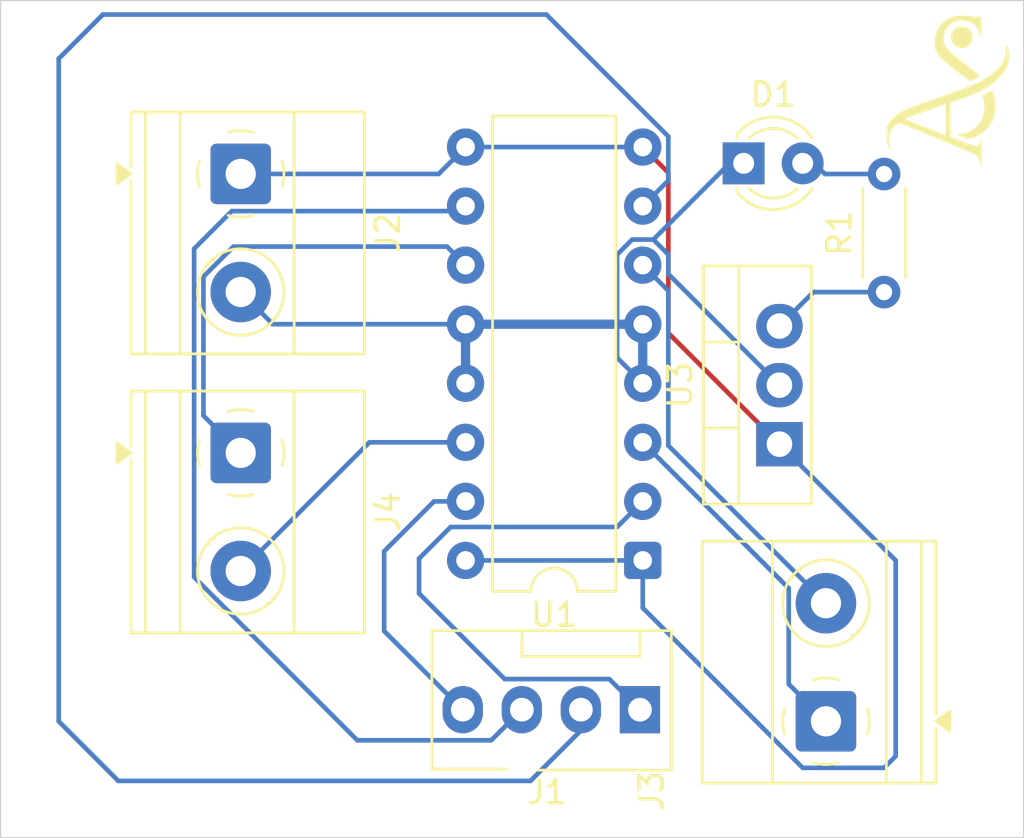
<source format=kicad_pcb>
(kicad_pcb (version 20241229) (generator "pcbnew") (generator_version "9.0")
  (layers (0 "F.Cu" signal) (2 "B.Cu" signal) (13 "F.Paste" user) (15 "B.Paste" user) (5 "F.SilkS" user "F.Silkscreen") (7 "B.SilkS" user "B.Silkscreen") (1 "F.Mask" user) (3 "B.Mask" user) (25 "Edge.Cuts" user))
  (net 0 "")
  (net 1 "Net-(J1-Pin_1)")
  (net 2 "GND")
  (net 3 "Net-(J1-Pin_2)")
  (net 4 "Net-(J1-Pin_3)")
  (net 5 "Net-(J2-Pin_1)")
  (net 6 "Net-(J4-Pin_2)")
  (net 7 "Net-(J4-Pin_1)")
  (net 8 "Net-(J3-Pin_2)")
  (net 9 "Net-(J3-Pin_1)")
  (net 10 "Net-(U3-OUT)")
  (net 11 "Net-(J1-Pin_4)")
  (net 12 "Net-(D1-A)")
  (footprint "LOGO" (layer "F.Cu") (at 169 93)
    (property "Reference" "G***" (hide yes))
    (property "Value" "LOGO" (hide yes))
    (fp_poly (pts (xy 0.503066 -2.873002) (xy 0.637122 -2.806112) (xy 0.744457 -2.689914) (xy 0.797296 -2.566301) (xy 0.813493 -2.419338) (xy 0.793111 -2.273201) (xy 0.743085 -2.161687) (xy 0.631927 -2.047263) (xy 0.492803 -1.976957) (xy 0.340064 -1.954158) (xy 0.18806 -1.982257) (xy 0.120094 -2.014514) (xy -0.002884 -2.108353) (xy -0.077188 -2.223339) (xy -0.111522 -2.373836) (xy -0.113775 -2.400527) (xy -0.115797 -2.51138) (xy -0.098947 -2.590877) (xy -0.057278 -2.6663) (xy -0.055199 -2.669344) (xy 0.045333 -2.790156) (xy 0.153202 -2.860761) (xy 0.284499 -2.890359) (xy 0.33543 -2.892692)) (fill yes) (layer "F.SilkS"))
    (fp_poly (pts (xy 1.650065 -0.110738) (xy 1.683885 -0.057579) (xy 1.71873 0.043233) (xy 1.728738 0.075059) (xy 1.783904 0.330139) (xy 1.796763 0.596408) (xy 1.768301 0.856966) (xy 1.699505 1.094912) (xy 1.664598 1.172699) (xy 1.577526 1.320819) (xy 1.470353 1.464063) (xy 1.35263 1.593071) (xy 1.233912 1.698484) (xy 1.123749 1.770942) (xy 1.031695 1.801087) (xy 1.0229 1.801418) (xy 0.972995 1.814225) (xy 0.960756 1.832974) (xy 0.934176 1.867384) (xy 0.86712 1.902717) (xy 0.778613 1.931813) (xy 0.687678 1.947513) (xy 0.653978 1.948412) (xy 0.575957 1.93554) (xy 0.467014 1.904855) (xy 0.353485 1.864053) (xy 0.252397 1.822126) (xy 0.17482 1.787589) (xy 0.136227 1.767361) (xy 0.135156 1.76644) (xy 0.153535 1.755299) (xy 0.217593 1.742205) (xy 0.307084 1.730717) (xy 0.519678 1.683798) (xy 0.73279 1.592274) (xy 0.92366 1.46689) (xy 0.990228 1.408166) (xy 1.131412 1.232222) (xy 1.235483 1.021899) (xy 1.298863 0.791873) (xy 1.317973 0.556817) (xy 1.289234 0.331405) (xy 1.269345 0.263698) (xy 1.210934 0.092053) (xy 1.421375 -0.029783) (xy 1.532148 -0.09229) (xy 1.603932 -0.120791)) (fill yes) (layer "F.SilkS"))
    (fp_poly (pts (xy 0.758705 -3.331546) (xy 0.889367 -3.32028) (xy 1.16325 -3.294154) (xy 1.182098 -3.113831) (xy 1.195426 -2.95038) (xy 1.201432 -2.794415) (xy 1.200434 -2.656821) (xy 1.19275 -2.548483) (xy 1.178699 -2.480284) (xy 1.163015 -2.461939) (xy 1.135412 -2.488596) (xy 1.105392 -2.557051) (xy 1.088478 -2.616045) (xy 1.018086 -2.799877) (xy 0.903302 -2.943463) (xy 0.74305 -3.048143) (xy 0.740786 -3.049197) (xy 0.520496 -3.12307) (xy 0.303245 -3.142134) (xy 0.096707 -3.107298) (xy -0.091442 -3.019469) (xy -0.195884 -2.938438) (xy -0.326867 -2.780046) (xy -0.405813 -2.593334) (xy -0.433676 -2.375969) (xy -0.433725 -2.356856) (xy -0.43113 -2.267481) (xy -0.421658 -2.188376) (xy -0.401021 -2.114626) (xy -0.364933 -2.041317) (xy -0.309108 -1.963534) (xy -0.229259 -1.876361) (xy -0.1211 -1.774885) (xy 0.019656 -1.65419) (xy 0.197296 -1.509362) (xy 0.416106 -1.335486) (xy 0.546948 -1.232456) (xy 0.707679 -1.104561) (xy 0.850422 -0.988026) (xy 0.969027 -0.888116) (xy 1.057343 -0.810097) (xy 1.109219 -0.759235) (xy 1.120321 -0.741587) (xy 1.083452 -0.7131) (xy 1.008525 -0.671521) (xy 0.913563 -0.625231) (xy 0.816586 -0.582607) (xy 0.735613 -0.55203) (xy 0.690543 -0.541747) (xy 0.655946 -0.560175) (xy 0.581255 -0.611491) (xy 0.473037 -0.690789) (xy 0.337862 -0.793166) (xy 0.182299 -0.913718) (xy 0.012916 -1.047541) (xy 0.010822 -1.049211) (xy -0.179137 -1.201049) (xy -0.328103 -1.321557) (xy -0.442188 -1.416645) (xy -0.527504 -1.492222) (xy -0.590164 -1.554197) (xy -0.63628 -1.608481) (xy -0.671965 -1.660982) (xy -0.70333 -1.717609) (xy -0.724757 -1.760366) (xy -0.775554 -1.869537) (xy -0.805464 -1.957355) (xy -0.819608 -2.047906) (xy -0.823108 -2.165275) (xy -0.822721 -2.221141) (xy -0.793125 -2.490168) (xy -0.712851 -2.732312) (xy -0.58502 -2.942921) (xy -0.412755 -3.117341) (xy -0.199175 -3.250919) (xy -0.105083 -3.291041) (xy 0.037295 -3.325984) (xy 0.23222 -3.344486) (xy 0.47444 -3.346391)) (fill yes) (layer "F.SilkS"))
    (fp_poly (pts (xy 2.299833 -2.058609) (xy 2.327722 -1.982405) (xy 2.349434 -1.869874) (xy 2.362844 -1.732863) (xy 2.365831 -1.583217) (xy 2.36474 -1.546218) (xy 2.356833 -1.407486) (xy 2.342167 -1.305065) (xy 2.314631 -1.215223) (xy 2.268115 -1.114226) (xy 2.239111 -1.05834) (xy 2.101237 -0.838574) (xy 1.926763 -0.635567) (xy 1.711874 -0.446753) (xy 1.452756 -0.269567) (xy 1.145594 -0.101446) (xy 0.786572 0.060176) (xy 0.371877 0.217864) (xy 0.307227 0.24044) (xy -0.151149 0.3989) (xy -0.143128 1.133465) (xy -0.135107 1.86803) (xy 0.359362 2.059901) (xy 0.524705 2.122555) (xy 0.674837 2.176638) (xy 0.799139 2.218543) (xy 0.886988 2.244663) (xy 0.924279 2.251773) (xy 1.032915 2.229266) (xy 1.102299 2.161363) (xy 1.127936 2.086278) (xy 1.147765 2.003338) (xy 1.164814 1.978963) (xy 1.178852 2.011728) (xy 1.189648 2.100204) (xy 1.19697 2.242964) (xy 1.200587 2.438581) (xy 1.200945 2.536997) (xy 1.199359 2.747135) (xy 1.194738 2.910953) (xy 1.187293 3.024575) (xy 1.177233 3.084124) (xy 1.170922 3.092435) (xy 1.147245 3.067063) (xy 1.140898 3.026855) (xy 1.121654 2.934211) (xy 1.072701 2.823941) (xy 1.007201 2.720457) (xy 0.938321 2.648173) (xy 0.935662 2.646262) (xy 0.893541 2.6244) (xy 0.802736 2.582692) (xy 0.669248 2.523645) (xy 0.499079 2.449765) (xy 0.29823 2.363561) (xy 0.072702 2.267539) (xy -0.171503 2.164207) (xy -0.428383 2.056071) (xy -0.691938 1.94564) (xy -0.956166 1.835421) (xy -1.215065 1.72792) (xy -1.462634 1.625645) (xy -1.692872 1.531103) (xy -1.899777 1.446802) (xy -2.077348 1.375249) (xy -2.219583 1.318951) (xy -2.320481 1.280414) (xy -2.374041 1.262148) (xy -2.380147 1.260993) (xy -2.422395 1.282074) (xy -2.488679 1.337332) (xy -2.564395 1.414531) (xy -2.692783 1.590155) (xy -2.764221 1.772721) (xy -2.781711 1.972517) (xy -2.766947 2.10857) (xy -2.74854 2.213647) (xy -2.733404 2.294583) (xy -2.724843 2.333747) (xy -2.739389 2.363729) (xy -2.747163 2.367413) (xy -2.77404 2.348147) (xy -2.810743 2.287335) (xy -2.835344 2.232307) (xy -2.865843 2.136075) (xy -2.884577 2.022226) (xy -2.893693 1.874283) (xy -2.895391 1.771394) (xy -2.894541 1.621231) (xy -2.888267 1.51499) (xy -2.874179 1.43662) (xy -2.849886 1.370073) (xy -2.829544 1.329381) (xy -2.697671 1.133024) (xy -2.658695 1.094729) (xy -2.097299 1.094729) (xy -2.095454 1.097059) (xy -2.064911 1.111202) (xy -1.985287 1.144367) (xy -1.863459 1.193792) (xy -1.706305 1.256715) (xy -1.5207 1.330376) (xy -1.313521 1.412013) (xy -1.213099 1.451393) (xy -0.345272 1.791198) (xy -0.336799 1.467742) (xy -0.333944 1.290586) (xy -0.333376 1.086183) (xy -0.335094 0.887291) (xy -0.336799 0.800621) (xy -0.345272 0.456956) (xy -1.140899 0.734495) (xy -1.402445 0.825836) (xy -1.612623 0.899583) (xy -1.776811 0.957777) (xy -1.900387 1.002461) (xy -1.988728 1.035679) (xy -2.047212 1.059472) (xy -2.081217 1.075882) (xy -2.09612 1.086954) (xy -2.097299 1.094729) (xy -2.658695 1.094729) (xy -2.521562 0.95999) (xy -2.395757 0.866519) (xy -2.315696 0.814606) (xy -2.231038 0.765707) (xy -2.134651 0.716817) (xy -2.019405 0.66493) (xy -1.878166 0.607041) (xy -1.703805 0.540144) (xy -1.489189 0.461234) (xy -1.227186 0.367305) (xy -1.125887 0.331359) (xy -0.726912 0.189929) (xy -0.379987 0.066537) (xy -0.080506 -0.040684) (xy 0.176133 -0.133601) (xy 0.394535 -0.214078) (xy 0.579304 -0.283982) (xy 0.735043 -0.345179) (xy 0.866357 -0.399534) (xy 0.977848 -0.448915) (xy 1.074122 -0.495186) (xy 1.159782 -0.540215) (xy 1.239431 -0.585866) (xy 1.317674 -0.634006) (xy 1.399115 -0.686502) (xy 1.42131 -0.701047) (xy 1.679249 -0.884259) (xy 1.882608 -1.06144) (xy 2.035628 -1.238631) (xy 2.14255 -1.421873) (xy 2.207615 -1.617206) (xy 2.235064 -1.830669) (xy 2.236126 -1.861466) (xy 2.241966 -1.969112) (xy 2.252419 -2.048737) (xy 2.265413 -2.085664) (xy 2.267889 -2.086643)) (fill yes) (layer "F.SilkS"))
  )
  (footprint "TerminalBlock_Phoenix:TerminalBlock_Phoenix_MKDS-1,5-2-5.08_1x02_P5.08mm_Horizontal" (layer "F.Cu") (at 163.5 120 90)
    (property "Reference" "J3" (at -3 -7.5 90) (layer "F.SilkS"))
    (property "Value" "MOTOR1")
    (fp_line (start 7.74 -5.32) (end 7.74 4.72) (stroke (width 0.12)) (layer "F.SilkS"))
    (fp_line (start -2.66 -5.32) (end 7.74 -5.32) (stroke (width 0.12)) (layer "F.SilkS"))
    (fp_line (start -2.66 -5.32) (end -2.66 4.72) (stroke (width 0.12)) (layer "F.SilkS"))
    (fp_line (start -2.66 -2.3) (end 7.74 -2.3) (stroke (width 0.12)) (layer "F.SilkS"))
    (fp_line (start 6.264 -1.411) (end 6.22 -1.367) (stroke (width 0.12)) (layer "F.SilkS"))
    (fp_line (start 6.491 -1.184) (end 6.447 -1.14) (stroke (width 0.12)) (layer "F.SilkS"))
    (fp_line (start 3.713 1.14) (end 3.669 1.183) (stroke (width 0.12)) (layer "F.SilkS"))
    (fp_line (start 3.94 1.367) (end 3.896 1.41) (stroke (width 0.12)) (layer "F.SilkS"))
    (fp_line (start -2.66 2.6) (end 7.74 2.6) (stroke (width 0.12)) (layer "F.SilkS"))
    (fp_line (start -2.66 4.1) (end 7.74 4.1) (stroke (width 0.12)) (layer "F.SilkS"))
    (fp_line (start 0.3 4.72) (end 7.74 4.72) (stroke (width 0.12)) (layer "F.SilkS"))
    (fp_line (start -2.66 4.72) (end -0.3 4.72) (stroke (width 0.12)) (layer "F.SilkS"))
    (fp_arc (start -0.54 -1.78) (mid -0.000355 -1.860107) (end 0.539321 -1.780206) (stroke (width 0.12)) (layer "F.SilkS"))
    (fp_arc (start 1.78 -0.54) (mid 1.860107 -0.000355) (end 1.780206 0.539321) (stroke (width 0.12)) (layer "F.SilkS"))
    (fp_arc (start -1.78 0.54) (mid -1.860107 0.000355) (end -1.780206 -0.539321) (stroke (width 0.12)) (layer "F.SilkS"))
    (fp_arc (start 0.54 1.78) (mid 0.000355 1.860107) (end -0.539321 1.780206) (stroke (width 0.12)) (layer "F.SilkS"))
    (fp_circle (center 5.08 0) (end 6.94 0) (stroke (width 0.12)) (fill no) (layer "F.SilkS"))
    (fp_poly (pts (xy 0 4.72) (xy 0.44 5.33) (xy -0.44 5.33) (xy 0 4.72)) (stroke (width 0.12)) (fill yes) (layer "F.SilkS"))
    (pad "1" thru_hole roundrect (at 0 0 90) (size 2.6 2.6) (drill 1.3) (layers "*.Cu" "*.Mask") (roundrect_rratio 0.096154) (net 9 "Net-(J3-Pin_1)"))
    (pad "2" thru_hole circle (at 5.08 0 90) (size 2.6 2.6) (drill 1.3) (layers "*.Cu" "*.Mask") (net 8 "Net-(J3-Pin_2)"))
  )
  (footprint "Package_TO_SOT_THT:TO-220-3_Vertical" (layer "F.Cu") (at 161.5 108.08 90)
    (property "Reference" "U3" (at 2.54 -4.27 90) (layer "F.SilkS"))
    (property "Value" "L7805")
    (fp_line (start 7.66 -3.27) (end 7.66 1.371) (stroke (width 0.12)) (layer "F.SilkS"))
    (fp_line (start 4.391 -3.27) (end 4.391 -1.76) (stroke (width 0.12)) (layer "F.SilkS"))
    (fp_line (start 0.69 -3.27) (end 0.69 -1.76) (stroke (width 0.12)) (layer "F.SilkS"))
    (fp_line (start -2.58 -3.27) (end 7.66 -3.27) (stroke (width 0.12)) (layer "F.SilkS"))
    (fp_line (start -2.58 -3.27) (end -2.58 1.371) (stroke (width 0.12)) (layer "F.SilkS"))
    (fp_line (start -2.58 -1.76) (end 7.66 -1.76) (stroke (width 0.12)) (layer "F.SilkS"))
    (fp_line (start -2.58 1.371) (end 7.66 1.371) (stroke (width 0.12)) (layer "F.SilkS"))
    (pad "1" thru_hole rect (at 0 0 90) (size 1.905 2) (drill 1.1) (layers "*.Cu" "*.Mask") (net 5 "Net-(J2-Pin_1)"))
    (pad "2" thru_hole oval (at 2.54 0 90) (size 1.905 2) (drill 1.1) (layers "*.Cu" "*.Mask") (net 2 "GND"))
    (pad "3" thru_hole oval (at 5.08 0 90) (size 1.905 2) (drill 1.1) (layers "*.Cu" "*.Mask") (net 10 "Net-(U3-OUT)"))
  )
  (footprint "Package_DIP:DIP-16_W7.62mm" (layer "F.Cu") (at 155.62 113.08 180)
    (property "Reference" "U1" (at 3.81 -2.33 0) (layer "F.SilkS"))
    (property "Value" "L293D")
    (fp_line (start 6.46 19.11) (end 6.46 -1.33) (stroke (width 0.12)) (layer "F.SilkS"))
    (fp_line (start 6.46 -1.33) (end 4.81 -1.33) (stroke (width 0.12)) (layer "F.SilkS"))
    (fp_line (start 2.81 -1.33) (end 1.16 -1.33) (stroke (width 0.12)) (layer "F.SilkS"))
    (fp_line (start 1.16 19.11) (end 6.46 19.11) (stroke (width 0.12)) (layer "F.SilkS"))
    (fp_line (start 1.16 -1.33) (end 1.16 19.11) (stroke (width 0.12)) (layer "F.SilkS"))
    (fp_arc (start 4.81 -1.33) (mid 3.81 -0.33) (end 2.81 -1.33) (stroke (width 0.12)) (layer "F.SilkS"))
    (pad "1" thru_hole roundrect (at 0 0 180) (size 1.6 1.6) (drill 0.8) (layers "*.Cu" "*.Mask") (roundrect_rratio 0.15625) (net 5 "Net-(J2-Pin_1)"))
    (pad "2" thru_hole circle (at 0 2.54 180) (size 1.6 1.6) (drill 0.8) (layers "*.Cu" "*.Mask") (net 1 "Net-(J1-Pin_1)"))
    (pad "3" thru_hole circle (at 0 5.08 180) (size 1.6 1.6) (drill 0.8) (layers "*.Cu" "*.Mask") (net 9 "Net-(J3-Pin_1)"))
    (pad "4" thru_hole circle (at 0 7.62 180) (size 1.6 1.6) (drill 0.8) (layers "*.Cu" "*.Mask") (net 2 "GND"))
    (pad "5" thru_hole circle (at 0 10.16 180) (size 1.6 1.6) (drill 0.8) (layers "*.Cu" "*.Mask") (net 2 "GND"))
    (pad "6" thru_hole circle (at 0 12.7 180) (size 1.6 1.6) (drill 0.8) (layers "*.Cu" "*.Mask") (net 8 "Net-(J3-Pin_2)"))
    (pad "7" thru_hole circle (at 0 15.24 180) (size 1.6 1.6) (drill 0.8) (layers "*.Cu" "*.Mask") (net 3 "Net-(J1-Pin_2)"))
    (pad "8" thru_hole circle (at 0 17.78 180) (size 1.6 1.6) (drill 0.8) (layers "*.Cu" "*.Mask") (net 5 "Net-(J2-Pin_1)"))
    (pad "9" thru_hole circle (at 7.62 17.78 180) (size 1.6 1.6) (drill 0.8) (layers "*.Cu" "*.Mask") (net 5 "Net-(J2-Pin_1)"))
    (pad "10" thru_hole circle (at 7.62 15.24 180) (size 1.6 1.6) (drill 0.8) (layers "*.Cu" "*.Mask") (net 4 "Net-(J1-Pin_3)"))
    (pad "11" thru_hole circle (at 7.62 12.7 180) (size 1.6 1.6) (drill 0.8) (layers "*.Cu" "*.Mask") (net 7 "Net-(J4-Pin_1)"))
    (pad "12" thru_hole circle (at 7.62 10.16 180) (size 1.6 1.6) (drill 0.8) (layers "*.Cu" "*.Mask") (net 2 "GND"))
    (pad "13" thru_hole circle (at 7.62 7.62 180) (size 1.6 1.6) (drill 0.8) (layers "*.Cu" "*.Mask") (net 2 "GND"))
    (pad "14" thru_hole circle (at 7.62 5.08 180) (size 1.6 1.6) (drill 0.8) (layers "*.Cu" "*.Mask") (net 6 "Net-(J4-Pin_2)"))
    (pad "15" thru_hole circle (at 7.62 2.54 180) (size 1.6 1.6) (drill 0.8) (layers "*.Cu" "*.Mask") (net 11 "Net-(J1-Pin_4)"))
    (pad "16" thru_hole circle (at 7.62 0 180) (size 1.6 1.6) (drill 0.8) (layers "*.Cu" "*.Mask") (net 5 "Net-(J2-Pin_1)"))
  )
  (footprint "LED_THT:LED_D3.0mm" (layer "F.Cu") (at 159.96 96)
    (property "Reference" "D1" (at 1.27 -2.96 0) (layer "F.SilkS"))
    (property "Value" "LED")
    (fp_line (start -0.29 -1.236) (end -0.29 -1.08) (stroke (width 0.12)) (layer "F.SilkS"))
    (fp_line (start -0.29 1.08) (end -0.29 1.236) (stroke (width 0.12)) (layer "F.SilkS"))
    (fp_arc (start -0.29 -1.235516) (mid 1.365624 -1.987701) (end 2.941397 -1.080061) (stroke (width 0.12)) (layer "F.SilkS"))
    (fp_arc (start 0.229039 -1.08) (mid 1.269964 -1.5) (end 2.31091 -1.080049) (stroke (width 0.12)) (layer "F.SilkS"))
    (fp_arc (start 2.31091 1.080049) (mid 1.269964 1.5) (end 0.229039 1.08) (stroke (width 0.12)) (layer "F.SilkS"))
    (fp_arc (start 2.941397 1.080061) (mid 1.365624 1.987701) (end -0.29 1.235516) (stroke (width 0.12)) (layer "F.SilkS"))
    (pad "1" thru_hole rect (at 0 0) (size 1.8 1.8) (drill 0.9) (layers "*.Cu" "*.Mask") (net 2 "GND"))
    (pad "2" thru_hole circle (at 2.54 0) (size 1.8 1.8) (drill 0.9) (layers "*.Cu" "*.Mask") (net 12 "Net-(D1-A)"))
  )
  (footprint "Connector:FanPinHeader_1x04_P2.54mm_Vertical" (layer "F.Cu") (at 155.5 119.5 180)
    (property "Reference" "J1" (at 4 -3.55 0) (layer "F.SilkS"))
    (property "Value" "Conn_01x04_Pin")
    (fp_line (start 8.95 3.4) (end -1.35 3.4) (stroke (width 0.12)) (layer "F.SilkS"))
    (fp_line (start 8.95 -2.55) (end 8.95 3.4) (stroke (width 0.12)) (layer "F.SilkS"))
    (fp_line (start 5.75 -2.55) (end 8.95 -2.55) (stroke (width 0.12)) (layer "F.SilkS"))
    (fp_line (start 5.08 2.29) (end 5.08 3.3) (stroke (width 0.12)) (layer "F.SilkS"))
    (fp_line (start 0 3.3) (end 0 2.29) (stroke (width 0.12)) (layer "F.SilkS"))
    (fp_line (start 0 2.29) (end 5.08 2.29) (stroke (width 0.12)) (layer "F.SilkS"))
    (fp_line (start -1.35 3.4) (end -1.35 -2.6) (stroke (width 0.12)) (layer "F.SilkS"))
    (fp_line (start -1.35 -2.6) (end 4.4 -2.6) (stroke (width 0.12)) (layer "F.SilkS"))
    (pad "" np_thru_hole circle (at 5.08 -2.16 270) (size 1.1 1.1) (drill 1.1) (layers "*.Cu" "*.Mask"))
    (pad "1" thru_hole rect (at 0 0 270) (size 2.03 1.73) (drill 1.02) (layers "*.Cu" "*.Mask") (net 1 "Net-(J1-Pin_1)"))
    (pad "2" thru_hole oval (at 2.54 0 270) (size 2.03 1.73) (drill 1.02) (layers "*.Cu" "*.Mask") (net 3 "Net-(J1-Pin_2)"))
    (pad "3" thru_hole oval (at 5.08 0 270) (size 2.03 1.73) (drill 1.02) (layers "*.Cu" "*.Mask") (net 4 "Net-(J1-Pin_3)"))
    (pad "4" thru_hole oval (at 7.62 0 270) (size 2.03 1.73) (drill 1.02) (layers "*.Cu" "*.Mask") (net 11 "Net-(J1-Pin_4)"))
  )
  (footprint "TerminalBlock_Phoenix:TerminalBlock_Phoenix_MKDS-1,5-2-5.08_1x02_P5.08mm_Horizontal" (layer "F.Cu") (at 138.3275 108.455 -90)
    (property "Reference" "J4" (at 2.54 -6.32 90) (layer "F.SilkS"))
    (property "Value" "Screw_Terminal")
    (fp_line (start -2.66 4.72) (end -0.3 4.72) (stroke (width 0.12)) (layer "F.SilkS"))
    (fp_line (start 0.3 4.72) (end 7.74 4.72) (stroke (width 0.12)) (layer "F.SilkS"))
    (fp_line (start -2.66 4.1) (end 7.74 4.1) (stroke (width 0.12)) (layer "F.SilkS"))
    (fp_line (start -2.66 2.6) (end 7.74 2.6) (stroke (width 0.12)) (layer "F.SilkS"))
    (fp_line (start 3.94 1.367) (end 3.896 1.41) (stroke (width 0.12)) (layer "F.SilkS"))
    (fp_line (start 3.713 1.14) (end 3.669 1.183) (stroke (width 0.12)) (layer "F.SilkS"))
    (fp_line (start 6.491 -1.184) (end 6.447 -1.14) (stroke (width 0.12)) (layer "F.SilkS"))
    (fp_line (start 6.264 -1.411) (end 6.22 -1.367) (stroke (width 0.12)) (layer "F.SilkS"))
    (fp_line (start -2.66 -2.3) (end 7.74 -2.3) (stroke (width 0.12)) (layer "F.SilkS"))
    (fp_line (start -2.66 -5.32) (end -2.66 4.72) (stroke (width 0.12)) (layer "F.SilkS"))
    (fp_line (start -2.66 -5.32) (end 7.74 -5.32) (stroke (width 0.12)) (layer "F.SilkS"))
    (fp_line (start 7.74 -5.32) (end 7.74 4.72) (stroke (width 0.12)) (layer "F.SilkS"))
    (fp_arc (start 0.54 1.78) (mid 0.000355 1.860107) (end -0.539321 1.780206) (stroke (width 0.12)) (layer "F.SilkS"))
    (fp_arc (start -1.78 0.54) (mid -1.860107 0.000355) (end -1.780206 -0.539321) (stroke (width 0.12)) (layer "F.SilkS"))
    (fp_arc (start 1.78 -0.54) (mid 1.860107 -0.000355) (end 1.780206 0.539321) (stroke (width 0.12)) (layer "F.SilkS"))
    (fp_arc (start -0.54 -1.78) (mid -0.000355 -1.860107) (end 0.539321 -1.780206) (stroke (width 0.12)) (layer "F.SilkS"))
    (fp_circle (center 5.08 0) (end 6.94 0) (stroke (width 0.12)) (fill no) (layer "F.SilkS"))
    (fp_poly (pts (xy 0 4.72) (xy 0.44 5.33) (xy -0.44 5.33) (xy 0 4.72)) (stroke (width 0.12)) (fill yes) (layer "F.SilkS"))
    (pad "1" thru_hole roundrect (at 0 0 270) (size 2.6 2.6) (drill 1.3) (layers "*.Cu" "*.Mask") (roundrect_rratio 0.096154) (net 7 "Net-(J4-Pin_1)"))
    (pad "2" thru_hole circle (at 5.08 0 270) (size 2.6 2.6) (drill 1.3) (layers "*.Cu" "*.Mask") (net 6 "Net-(J4-Pin_2)"))
  )
  (footprint "TerminalBlock_Phoenix:TerminalBlock_Phoenix_MKDS-1,5-2-5.08_1x02_P5.08mm_Horizontal" (layer "F.Cu") (at 138.3275 96.455 -90)
    (property "Reference" "J2" (at 2.54 -6.32 90) (layer "F.SilkS"))
    (property "Value" "MOTOR1")
    (fp_line (start -2.66 4.72) (end -0.3 4.72) (stroke (width 0.12)) (layer "F.SilkS"))
    (fp_line (start 0.3 4.72) (end 7.74 4.72) (stroke (width 0.12)) (layer "F.SilkS"))
    (fp_line (start -2.66 4.1) (end 7.74 4.1) (stroke (width 0.12)) (layer "F.SilkS"))
    (fp_line (start -2.66 2.6) (end 7.74 2.6) (stroke (width 0.12)) (layer "F.SilkS"))
    (fp_line (start 3.94 1.367) (end 3.896 1.41) (stroke (width 0.12)) (layer "F.SilkS"))
    (fp_line (start 3.713 1.14) (end 3.669 1.183) (stroke (width 0.12)) (layer "F.SilkS"))
    (fp_line (start 6.491 -1.184) (end 6.447 -1.14) (stroke (width 0.12)) (layer "F.SilkS"))
    (fp_line (start 6.264 -1.411) (end 6.22 -1.367) (stroke (width 0.12)) (layer "F.SilkS"))
    (fp_line (start -2.66 -2.3) (end 7.74 -2.3) (stroke (width 0.12)) (layer "F.SilkS"))
    (fp_line (start -2.66 -5.32) (end -2.66 4.72) (stroke (width 0.12)) (layer "F.SilkS"))
    (fp_line (start -2.66 -5.32) (end 7.74 -5.32) (stroke (width 0.12)) (layer "F.SilkS"))
    (fp_line (start 7.74 -5.32) (end 7.74 4.72) (stroke (width 0.12)) (layer "F.SilkS"))
    (fp_arc (start 0.54 1.78) (mid 0.000355 1.860107) (end -0.539321 1.780206) (stroke (width 0.12)) (layer "F.SilkS"))
    (fp_arc (start -1.78 0.54) (mid -1.860107 0.000355) (end -1.780206 -0.539321) (stroke (width 0.12)) (layer "F.SilkS"))
    (fp_arc (start 1.78 -0.54) (mid 1.860107 -0.000355) (end 1.780206 0.539321) (stroke (width 0.12)) (layer "F.SilkS"))
    (fp_arc (start -0.54 -1.78) (mid -0.000355 -1.860107) (end 0.539321 -1.780206) (stroke (width 0.12)) (layer "F.SilkS"))
    (fp_circle (center 5.08 0) (end 6.94 0) (stroke (width 0.12)) (fill no) (layer "F.SilkS"))
    (fp_poly (pts (xy 0 4.72) (xy 0.44 5.33) (xy -0.44 5.33) (xy 0 4.72)) (stroke (width 0.12)) (fill yes) (layer "F.SilkS"))
    (pad "1" thru_hole roundrect (at 0 0 270) (size 2.6 2.6) (drill 1.3) (layers "*.Cu" "*.Mask") (roundrect_rratio 0.096154) (net 5 "Net-(J2-Pin_1)"))
    (pad "2" thru_hole circle (at 5.08 0 270) (size 2.6 2.6) (drill 1.3) (layers "*.Cu" "*.Mask") (net 2 "GND"))
  )
  (footprint "Resistor_THT:R_Axial_DIN0204_L3.6mm_D1.6mm_P5.08mm_Horizontal" (layer "F.Cu") (at 166 101.54 90)
    (property "Reference" "R1" (at 2.54 -1.92 90) (layer "F.SilkS"))
    (property "Value" "1k")
    (fp_line (start 0.62 -0.92) (end 4.46 -0.92) (stroke (width 0.12)) (layer "F.SilkS"))
    (fp_line (start 0.62 0.92) (end 4.46 0.92) (stroke (width 0.12)) (layer "F.SilkS"))
    (pad "1" thru_hole circle (at 0 0 90) (size 1.4 1.4) (drill 0.7) (layers "*.Cu" "*.Mask") (net 10 "Net-(U3-OUT)"))
    (pad "2" thru_hole oval (at 5.08 0 90) (size 1.4 1.4) (drill 0.7) (layers "*.Cu" "*.Mask") (net 12 "Net-(D1-A)"))
  )
  (gr_rect (start 128 89) (end 172 125) (stroke (width 0.05)) (fill no) (layer "Edge.Cuts"))
  (segment (start 149.684 118.184) (end 146 114.5) (width 0.2) (layer "B.Cu") (net 1))
  (segment (start 155.5 119.5) (end 154.184 118.184) (width 0.2) (layer "B.Cu") (net 1))
  (segment (start 154.519 111.641) (end 155.62 110.54) (width 0.2) (layer "B.Cu") (net 1))
  (segment (start 146 114.5) (end 146 113) (width 0.2) (layer "B.Cu") (net 1))
  (segment (start 146 113) (end 147.359 111.641) (width 0.2) (layer "B.Cu") (net 1))
  (segment (start 154.184 118.184) (end 149.684 118.184) (width 0.2) (layer "B.Cu") (net 1))
  (segment (start 147.359 111.641) (end 154.519 111.641) (width 0.2) (layer "B.Cu") (net 1))
  (segment (start 148 102.92) (end 155.62 102.92) (width 0.4) (layer "B.Cu") (net 2))
  (segment (start 155.16395 99.279) (end 154.519 99.92395) (width 0.2) (layer "B.Cu") (net 2))
  (segment (start 139.7125 102.92) (end 148 102.92) (width 0.2) (layer "B.Cu") (net 2))
  (segment (start 154.519 104.359) (end 155.62 105.46) (width 0.2) (layer "B.Cu") (net 2))
  (segment (start 138.3275 101.535) (end 139.7125 102.92) (width 0.2) (layer "B.Cu") (net 2))
  (segment (start 148 102.92) (end 148 105.46) (width 0.4) (layer "B.Cu") (net 2))
  (segment (start 154.519 99.92395) (end 154.519 104.359) (width 0.2) (layer "B.Cu") (net 2))
  (segment (start 155.62 105.46) (end 155.62 102.92) (width 0.4) (layer "B.Cu") (net 2))
  (segment (start 159.35505 96) (end 156.07605 99.279) (width 0.2) (layer "B.Cu") (net 2))
  (segment (start 159.96 96) (end 159.35505 96) (width 0.2) (layer "B.Cu") (net 2))
  (segment (start 156.07605 99.279) (end 155.16395 99.279) (width 0.2) (layer "B.Cu") (net 2))
  (segment (start 161.5 105.54) (end 156.721 100.761) (width 0.2) (layer "B.Cu") (net 2))
  (segment (start 156.721 100.761) (end 156.721 99.92395) (width 0.2) (layer "B.Cu") (net 2))
  (segment (start 156.721 99.92395) (end 156.07605 99.279) (width 0.2) (layer "B.Cu") (net 2))
  (segment (start 132.399 89.601) (end 151.47805 89.601) (width 0.2) (layer "B.Cu") (net 3))
  (segment (start 150.793206 122.561) (end 133.061 122.561) (width 0.2) (layer "B.Cu") (net 3))
  (segment (start 151.47805 89.601) (end 156.721 94.84395) (width 0.2) (layer "B.Cu") (net 3))
  (segment (start 152.96 119.5) (end 152.96 120.394206) (width 0.2) (layer "B.Cu") (net 3))
  (segment (start 156.721 94.84395) (end 156.721 96.739) (width 0.2) (layer "B.Cu") (net 3))
  (segment (start 152.96 120.394206) (end 150.793206 122.561) (width 0.2) (layer "B.Cu") (net 3))
  (segment (start 156.721 96.739) (end 155.62 97.84) (width 0.2) (layer "B.Cu") (net 3))
  (segment (start 130.5 91.5) (end 132.399 89.601) (width 0.2) (layer "B.Cu") (net 3))
  (segment (start 133.061 122.561) (end 130.5 120) (width 0.2) (layer "B.Cu") (net 3))
  (segment (start 130.5 120) (end 130.5 91.5) (width 0.2) (layer "B.Cu") (net 3))
  (segment (start 137.944 98.056) (end 147.784 98.056) (width 0.2) (layer "B.Cu") (net 4))
  (segment (start 143.344344 120.816) (end 136.3255 113.797156) (width 0.2) (layer "B.Cu") (net 4))
  (segment (start 147.784 98.056) (end 148 97.84) (width 0.2) (layer "B.Cu") (net 4))
  (segment (start 136.3255 113.797156) (end 136.3255 99.6745) (width 0.2) (layer "B.Cu") (net 4))
  (segment (start 136.3255 99.6745) (end 137.944 98.056) (width 0.2) (layer "B.Cu") (net 4))
  (segment (start 150.42 119.5) (end 149.104 120.816) (width 0.2) (layer "B.Cu") (net 4))
  (segment (start 149.104 120.816) (end 143.344344 120.816) (width 0.2) (layer "B.Cu") (net 4))
  (segment (start 161.5 108.08) (end 156.721 103.301) (width 0.2) (layer "F.Cu") (net 5))
  (segment (start 156.721 96.401) (end 155.62 95.3) (width 0.2) (layer "F.Cu") (net 5))
  (segment (start 156.721 103.301) (end 156.721 96.401) (width 0.2) (layer "F.Cu") (net 5))
  (segment (start 155.62 115.12) (end 162.5 122) (width 0.2) (layer "B.Cu") (net 5))
  (segment (start 166 122) (end 166.5 121.5) (width 0.2) (layer "B.Cu") (net 5))
  (segment (start 155.62 113.08) (end 155.62 115.12) (width 0.2) (layer "B.Cu") (net 5))
  (segment (start 166.5 121.5) (end 166.5 113.08) (width 0.2) (layer "B.Cu") (net 5))
  (segment (start 162.5 122) (end 166 122) (width 0.2) (layer "B.Cu") (net 5))
  (segment (start 155.62 95.3) (end 148 95.3) (width 0.2) (layer "B.Cu") (net 5))
  (segment (start 166.5 113.08) (end 161.5 108.08) (width 0.2) (layer "B.Cu") (net 5))
  (segment (start 138.3275 96.455) (end 146.845 96.455) (width 0.2) (layer "B.Cu") (net 5))
  (segment (start 148 113.08) (end 155.62 113.08) (width 0.2) (layer "B.Cu") (net 5))
  (segment (start 146.845 96.455) (end 148 95.3) (width 0.2) (layer "B.Cu") (net 5))
  (segment (start 138.3275 113.535) (end 143.8625 108) (width 0.2) (layer "B.Cu") (net 6))
  (segment (start 143.8625 108) (end 148 108) (width 0.2) (layer "B.Cu") (net 6))
  (segment (start 136.7265 106.854) (end 136.7265 100.871844) (width 0.2) (layer "B.Cu") (net 7))
  (segment (start 138.018343 99.580001) (end 147.200001 99.580001) (width 0.2) (layer "B.Cu") (net 7))
  (segment (start 147.200001 99.580001) (end 148 100.38) (width 0.2) (layer "B.Cu") (net 7))
  (segment (start 136.7265 100.871844) (end 138.018343 99.580001) (width 0.2) (layer "B.Cu") (net 7))
  (segment (start 138.3275 108.455) (end 136.7265 106.854) (width 0.2) (layer "B.Cu") (net 7))
  (segment (start 156.721 108.141) (end 156.721 101.481) (width 0.2) (layer "B.Cu") (net 8))
  (segment (start 163.5 114.92) (end 156.721 108.141) (width 0.2) (layer "B.Cu") (net 8))
  (segment (start 156.721 101.481) (end 155.62 100.38) (width 0.2) (layer "B.Cu") (net 8))
  (segment (start 161.899 114.279) (end 155.62 108) (width 0.2) (layer "B.Cu") (net 9))
  (segment (start 161.899 118.399) (end 161.899 114.279) (width 0.2) (layer "B.Cu") (net 9))
  (segment (start 163.5 120) (end 161.899 118.399) (width 0.2) (layer "B.Cu") (net 9))
  (segment (start 166 101.54) (end 162.96 101.54) (width 0.2) (layer "B.Cu") (net 10))
  (segment (start 162.96 101.54) (end 161.5 103) (width 0.2) (layer "B.Cu") (net 10))
  (segment (start 144.5 112.684346) (end 146.644346 110.54) (width 0.2) (layer "B.Cu") (net 11))
  (segment (start 147.88 119.5) (end 144.5 116.12) (width 0.2) (layer "B.Cu") (net 11))
  (segment (start 146.644346 110.54) (end 148 110.54) (width 0.2) (layer "B.Cu") (net 11))
  (segment (start 144.5 116.12) (end 144.5 112.684346) (width 0.2) (layer "B.Cu") (net 11))
  (segment (start 163.46 96.46) (end 166 96.46) (width 0.2) (layer "B.Cu") (net 12))
  (segment (start 163 96) (end 163.46 96.46) (width 0.2) (layer "B.Cu") (net 12))
  (segment (start 162.5 96) (end 163 96) (width 0.2) (layer "B.Cu") (net 12))
)
</source>
